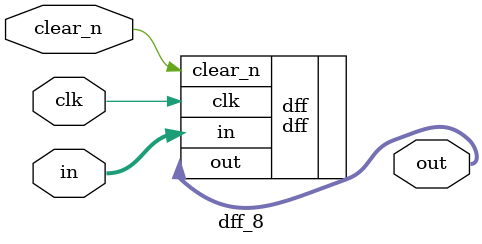
<source format=sv>
`ifndef __DFF_8_SV__
`define __DFF_8_SV__

`include "dff.sv"

module dff_8 #(
    parameter RESET_VALUE = 0
) (
    input logic clk, // Clock
    input logic clear_n, // Clear (active-low)
    input logic [7:0] in, // Input
    output logic [7:0] out // Output
);
    dff #(.DATA_WIDTH(8), .RESET_VALUE(RESET_VALUE)) dff(
        .clk(clk),
        .clear_n(clear_n),
        .in(in),
        .out(out)
    );

endmodule

`endif

</source>
